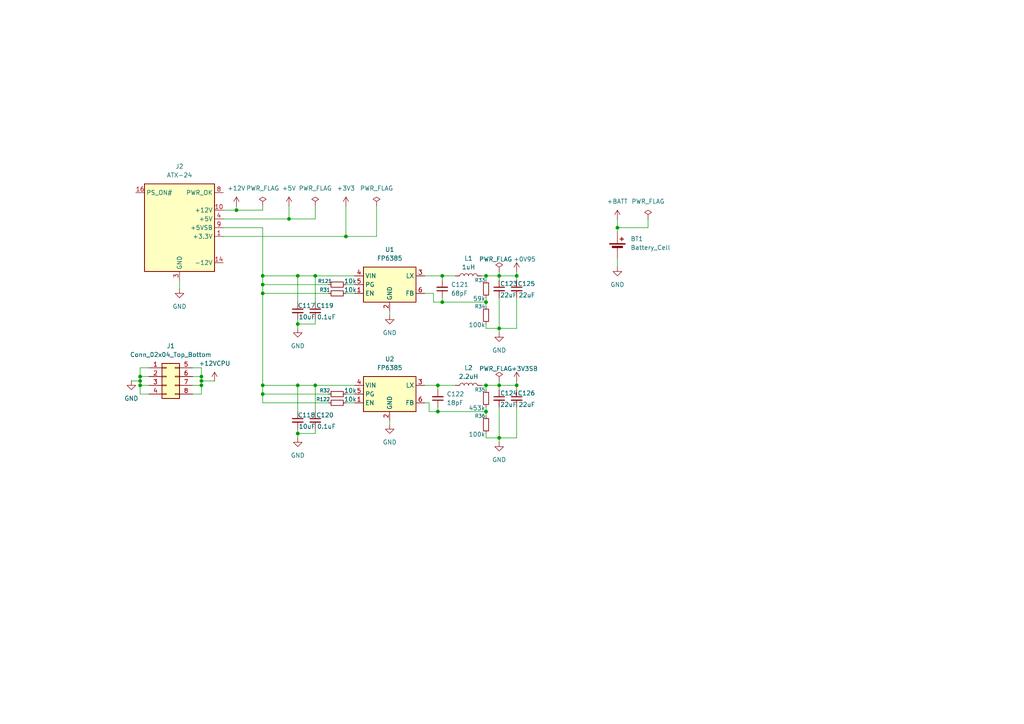
<source format=kicad_sch>
(kicad_sch (version 20250114) (generator "eeschema") (generator_version "9.0")
  (paper "A4")
  (lib_symbols
    (symbol "Connector:ATX-24"
      (property "Reference" "J" (at -8.89 13.97 0))
      (property "Value" "ATX-24" (at 6.35 13.97 0))
      (symbol "ATX-24_0_1"
        (rectangle (start -10.16 12.7) (end 10.16 -12.7) (stroke (width 0.254)) (fill (type background)))
      )
      (symbol "ATX-24_1_1"
        (pin open_collector line (at -12.7 10.16 0) (length 2.54) (name "PS_ON#") (number "16"))
        (pin no_connect line (at -10.16 0 0) (length 2.54) (hide yes) (name "NC") (number "20"))
        (pin passive line (at 0 -15.24 90) (length 2.54) (hide yes) (name "GND") (number "15"))
        (pin passive line (at 0 -15.24 90) (length 2.54) (hide yes) (name "GND") (number "17"))
        (pin passive line (at 0 -15.24 90) (length 2.54) (hide yes) (name "GND") (number "18"))
        (pin passive line (at 0 -15.24 90) (length 2.54) (hide yes) (name "GND") (number "19"))
        (pin passive line (at 0 -15.24 90) (length 2.54) (hide yes) (name "GND") (number "24"))
        (pin power_out line (at 0 -15.24 90) (length 2.54) (name "GND") (number "3"))
        (pin passive line (at 0 -15.24 90) (length 2.54) (hide yes) (name "GND") (number "5"))
        (pin passive line (at 0 -15.24 90) (length 2.54) (hide yes) (name "GND") (number "7"))
        (pin output line (at 12.7 10.16 180) (length 2.54) (name "PWR_OK") (number "8"))
        (pin power_out line (at 12.7 5.08 180) (length 2.54) (name "+12V") (number "10"))
        (pin passive line (at 12.7 5.08 180) (length 2.54) (hide yes) (name "+12V") (number "11"))
        (pin passive line (at 12.7 2.54 180) (length 2.54) (hide yes) (name "+5V") (number "21"))
        (pin passive line (at 12.7 2.54 180) (length 2.54) (hide yes) (name "+5V") (number "22"))
        (pin passive line (at 12.7 2.54 180) (length 2.54) (hide yes) (name "+5V") (number "23"))
        (pin power_out line (at 12.7 2.54 180) (length 2.54) (name "+5V") (number "4"))
        (pin passive line (at 12.7 2.54 180) (length 2.54) (hide yes) (name "+5V") (number "6"))
        (pin power_out line (at 12.7 0 180) (length 2.54) (name "+5VSB") (number "9"))
        (pin power_out line (at 12.7 -2.54 180) (length 2.54) (name "+3.3V") (number "1"))
        (pin passive line (at 12.7 -2.54 180) (length 2.54) (hide yes) (name "+3.3V") (number "12"))
        (pin passive line (at 12.7 -2.54 180) (length 2.54) (hide yes) (name "+3.3V") (number "13"))
        (pin passive line (at 12.7 -2.54 180) (length 2.54) (hide yes) (name "+3.3V") (number "2"))
        (pin power_out line (at 12.7 -10.16 180) (length 2.54) (name "-12V") (number "14"))
      )
    )
    (symbol "Connector_Generic:Conn_02x04_Top_Bottom" (pin_names (offset 1.016) (hide yes))
      (property "Reference" "J" (at 1.27 5.08 0))
      (property "Value" "Conn_02x04_Top_Bottom" (at 1.27 -7.62 0))
      (symbol "Conn_02x04_Top_Bottom_1_1"
        (rectangle (start -1.27 3.81) (end 3.81 -6.35) (stroke (width 0.254)) (fill (type background)))
        (rectangle (start -1.27 2.667) (end 0 2.413) (stroke (width 0.1524)))
        (rectangle (start -1.27 0.127) (end 0 -0.127) (stroke (width 0.1524)))
        (rectangle (start -1.27 -2.413) (end 0 -2.667) (stroke (width 0.1524)))
        (rectangle (start -1.27 -4.953) (end 0 -5.207) (stroke (width 0.1524)))
        (rectangle (start 3.81 2.667) (end 2.54 2.413) (stroke (width 0.1524)))
        (rectangle (start 3.81 0.127) (end 2.54 -0.127) (stroke (width 0.1524)))
        (rectangle (start 3.81 -2.413) (end 2.54 -2.667) (stroke (width 0.1524)))
        (rectangle (start 3.81 -4.953) (end 2.54 -5.207) (stroke (width 0.1524)))
        (pin passive line (at -5.08 2.54 0) (length 3.81) (name "Pin_1") (number "1"))
        (pin passive line (at -5.08 0 0) (length 3.81) (name "Pin_2") (number "2"))
        (pin passive line (at -5.08 -2.54 0) (length 3.81) (name "Pin_3") (number "3"))
        (pin passive line (at -5.08 -5.08 0) (length 3.81) (name "Pin_4") (number "4"))
        (pin passive line (at 7.62 2.54 180) (length 3.81) (name "Pin_5") (number "5"))
        (pin passive line (at 7.62 0 180) (length 3.81) (name "Pin_6") (number "6"))
        (pin passive line (at 7.62 -2.54 180) (length 3.81) (name "Pin_7") (number "7"))
        (pin passive line (at 7.62 -5.08 180) (length 3.81) (name "Pin_8") (number "8"))
      )
    )
    (symbol "Device:Battery_Cell" (pin_numbers (hide yes)) (pin_names (offset 0) (hide yes))
      (property "Reference" "BT" (at 2.54 2.54 0))
      (property "Value" "Battery_Cell" (at 2.54 0 0))
      (symbol "Battery_Cell_0_1"
        (rectangle (start -2.286 1.778) (end 2.286 1.524) (fill (type outline)))
        (rectangle (start -1.524 1.016) (end 1.524 0.508) (fill (type outline)))
        (polyline (pts (xy 0 1.778) (xy 0 2.54)))
        (polyline (pts (xy 0 0.762) (xy 0 0)))
        (polyline (pts (xy 0.762 3.048) (xy 1.778 3.048)) (stroke (width 0.254)))
        (polyline (pts (xy 1.27 3.556) (xy 1.27 2.54)) (stroke (width 0.254)))
      )
      (symbol "Battery_Cell_1_1"
        (pin passive line (at 0 5.08 270) (length 2.54) (name "+") (number "1"))
        (pin passive line (at 0 -2.54 90) (length 2.54) (name "-") (number "2"))
      )
    )
    (symbol "Device:C_Small" (pin_numbers (hide yes)) (pin_names (offset 0.254) (hide yes))
      (property "Reference" "C" (at 0.254 1.778 0))
      (property "Value" "C_Small" (at 0.254 -2.032 0))
      (symbol "C_Small_0_1"
        (polyline (pts (xy -1.524 0.508) (xy 1.524 0.508)) (stroke (width 0.3048)))
        (polyline (pts (xy -1.524 -0.508) (xy 1.524 -0.508)) (stroke (width 0.3302)))
      )
      (symbol "C_Small_1_1"
        (pin passive line (at 0 2.54 270) (length 2.032) (name "~") (number "1"))
        (pin passive line (at 0 -2.54 90) (length 2.032) (name "~") (number "2"))
      )
    )
    (symbol "Device:L" (pin_numbers (hide yes)) (pin_names (offset 1.016) (hide yes))
      (property "Reference" "L" (at -1.27 0 90))
      (property "Value" "L" (at 1.905 0 90))
      (symbol "L_0_1"
        (arc (start 0 2.54) (mid 0.6323 1.905) (end 0 1.27))
        (arc (start 0 1.27) (mid 0.6323 0.635) (end 0 0))
        (arc (start 0 0) (mid 0.6323 -0.635) (end 0 -1.27))
        (arc (start 0 -1.27) (mid 0.6323 -1.905) (end 0 -2.54))
      )
      (symbol "L_1_1"
        (pin passive line (at 0 3.81 270) (length 1.27) (name "1") (number "1"))
        (pin passive line (at 0 -3.81 90) (length 1.27) (name "2") (number "2"))
      )
    )
    (symbol "Device:R_Small" (pin_numbers (hide yes)) (pin_names (offset 0.254) (hide yes))
      (property "Reference" "R" (at 0 0 90))
      (property "Value" "R_Small" (at 1.778 0 90))
      (symbol "R_Small_0_1"
        (rectangle (start -0.762 1.778) (end 0.762 -1.778) (stroke (width 0.2032)))
      )
      (symbol "R_Small_1_1"
        (pin passive line (at 0 2.54 270) (length 0.762) (name "~") (number "1"))
        (pin passive line (at 0 -2.54 90) (length 0.762) (name "~") (number "2"))
      )
    )
    (symbol "TPS563200_1"
      (property "Reference" "U1" (at 0 10.16 0))
      (property "Value" "FP6385" (at 0 7.62 0))
      (symbol "TPS563200_1_0_1"
        (rectangle (start -7.62 5.08) (end 7.62 -5.08) (stroke (width 0.254)) (fill (type background)))
      )
      (symbol "TPS563200_1_1_1"
        (pin power_in line (at -10.16 2.54 0) (length 2.54) (name "VIN") (number "4"))
        (pin open_collector line (at -10.16 0 0) (length 2.54) (name "PG") (number "5"))
        (pin input line (at -10.16 -2.54 0) (length 2.54) (name "EN") (number "1"))
        (pin power_in line (at 0 -7.62 90) (length 2.54) (name "GND") (number "2"))
        (pin output line (at 10.16 2.54 180) (length 2.54) (name "LX") (number "3"))
        (pin input line (at 10.16 -2.54 180) (length 2.54) (name "FB") (number "6"))
      )
    )
    (symbol "custom:+12VCPU" (power) (pin_numbers (hide yes)) (pin_names (offset 0) (hide yes))
      (property "Value" "+12VCPU" (at 0 3.556 0))
      (symbol "+12VCPU_0_1"
        (polyline (pts (xy -0.762 1.27) (xy 0 2.54)))
        (polyline (pts (xy 0 2.54) (xy 0.762 1.27)))
        (polyline (pts (xy 0 0) (xy 0 2.54)))
      )
      (symbol "+12VCPU_1_1"
        (pin power_in line (at 0 0 90) (length 0) (name "~") (number "1"))
      )
    )
    (symbol "power:+12V" (power) (pin_numbers (hide yes)) (pin_names (offset 0) (hide yes))
      (property "Value" "+12V" (at 0 3.556 0))
      (symbol "+12V_0_1"
        (polyline (pts (xy -0.762 1.27) (xy 0 2.54)))
        (polyline (pts (xy 0 2.54) (xy 0.762 1.27)))
        (polyline (pts (xy 0 0) (xy 0 2.54)))
      )
      (symbol "+12V_1_1"
        (pin power_in line (at 0 0 90) (length 0) (name "~") (number "1"))
      )
    )
    (symbol "power:+1V0" (power) (pin_numbers (hide yes)) (pin_names (offset 0) (hide yes))
      (property "Value" "+1V0" (at 0 3.556 0))
      (symbol "+1V0_0_1"
        (polyline (pts (xy -0.762 1.27) (xy 0 2.54)))
        (polyline (pts (xy 0 2.54) (xy 0.762 1.27)))
        (polyline (pts (xy 0 0) (xy 0 2.54)))
      )
      (symbol "+1V0_1_1"
        (pin power_in line (at 0 0 90) (length 0) (name "~") (number "1"))
      )
    )
    (symbol "power:+3V3" (power) (pin_numbers (hide yes)) (pin_names (offset 0) (hide yes))
      (property "Value" "+3V3" (at 0 3.556 0))
      (symbol "+3V3_0_1"
        (polyline (pts (xy -0.762 1.27) (xy 0 2.54)))
        (polyline (pts (xy 0 2.54) (xy 0.762 1.27)))
        (polyline (pts (xy 0 0) (xy 0 2.54)))
      )
      (symbol "+3V3_1_1"
        (pin power_in line (at 0 0 90) (length 0) (name "~") (number "1"))
      )
    )
    (symbol "power:+5V" (power) (pin_numbers (hide yes)) (pin_names (offset 0) (hide yes))
      (property "Value" "+5V" (at 0 3.556 0))
      (symbol "+5V_0_1"
        (polyline (pts (xy -0.762 1.27) (xy 0 2.54)))
        (polyline (pts (xy 0 2.54) (xy 0.762 1.27)))
        (polyline (pts (xy 0 0) (xy 0 2.54)))
      )
      (symbol "+5V_1_1"
        (pin power_in line (at 0 0 90) (length 0) (name "~") (number "1"))
      )
    )
    (symbol "power:+BATT" (power) (pin_numbers (hide yes)) (pin_names (offset 0) (hide yes))
      (property "Value" "+BATT" (at 0 3.556 0))
      (symbol "+BATT_0_1"
        (polyline (pts (xy -0.762 1.27) (xy 0 2.54)))
        (polyline (pts (xy 0 2.54) (xy 0.762 1.27)))
        (polyline (pts (xy 0 0) (xy 0 2.54)))
      )
      (symbol "+BATT_1_1"
        (pin power_in line (at 0 0 90) (length 0) (name "~") (number "1"))
      )
    )
    (symbol "power:GND" (power) (pin_numbers (hide yes)) (pin_names (offset 0) (hide yes))
      (property "Value" "GND" (at 0 -3.81 0))
      (symbol "GND_0_1"
        (polyline (pts (xy 0 0) (xy 0 -1.27) (xy 1.27 -1.27) (xy 0 -2.54) (xy -1.27 -1.27) (xy 0 -1.27)))
      )
      (symbol "GND_1_1"
        (pin power_in line (at 0 0 270) (length 0) (name "~") (number "1"))
      )
    )
    (symbol "power:PWR_FLAG" (power) (pin_numbers (hide yes)) (pin_names (offset 0) (hide yes))
      (property "Value" "PWR_FLAG" (at 0 3.81 0))
      (symbol "PWR_FLAG_0_0"
        (pin power_out line (at 0 0 90) (length 0) (name "~") (number "1"))
      )
      (symbol "PWR_FLAG_0_1"
        (polyline (pts (xy 0 0) (xy 0 1.27) (xy -1.016 1.905) (xy 0 2.54) (xy 1.016 1.905) (xy 0 1.27)))
      )
    )
  )
  (junction (at 179.07 66.04))
  (junction (at 127 111.76))
  (junction (at 128.27 80.01))
  (junction (at 40.64 109.22))
  (junction (at 91.44 111.76))
  (junction (at 68.58 60.96))
  (junction (at 128.27 87.63))
  (junction (at 140.97 119.38))
  (junction (at 58.42 111.76))
  (junction (at 86.36 125.73))
  (junction (at 83.82 63.5))
  (junction (at 127 119.38))
  (junction (at 149.86 111.76))
  (junction (at 76.2 82.55))
  (junction (at 149.86 80.01))
  (junction (at 76.2 111.76))
  (junction (at 140.97 80.01))
  (junction (at 76.2 80.01))
  (junction (at 86.36 111.76))
  (junction (at 140.97 87.63))
  (junction (at 144.78 111.76))
  (junction (at 58.42 109.22))
  (junction (at 86.36 93.98))
  (junction (at 76.2 85.09))
  (junction (at 40.64 110.49))
  (junction (at 140.97 111.76))
  (junction (at 40.64 111.76))
  (junction (at 100.33 68.58))
  (junction (at 144.78 95.25))
  (junction (at 91.44 80.01))
  (junction (at 76.2 114.3))
  (junction (at 144.78 127))
  (junction (at 86.36 80.01))
  (junction (at 58.42 110.49))
  (junction (at 144.78 80.01))
  (wire (pts (xy 140.97 95.25) (xy 144.78 95.25)))
  (wire (pts (xy 100.33 68.58) (xy 64.77 68.58)))
  (wire (pts (xy 140.97 125.73) (xy 140.97 127)))
  (wire (pts (xy 76.2 111.76) (xy 76.2 114.3)))
  (wire (pts (xy 40.64 111.76) (xy 40.64 110.49)))
  (wire (pts (xy 113.03 121.92) (xy 113.03 123.19)))
  (wire (pts (xy 100.33 116.84) (xy 102.87 116.84)))
  (wire (pts (xy 83.82 63.5) (xy 64.77 63.5)))
  (wire (pts (xy 140.97 119.38) (xy 140.97 120.65)))
  (wire (pts (xy 127 113.03) (xy 127 111.76)))
  (wire (pts (xy 144.78 111.76) (xy 144.78 113.03)))
  (wire (pts (xy 140.97 87.63) (xy 140.97 88.9)))
  (wire (pts (xy 58.42 109.22) (xy 58.42 110.49)))
  (wire (pts (xy 76.2 82.55) (xy 76.2 85.09)))
  (wire (pts (xy 124.46 116.84) (xy 123.19 116.84)))
  (wire (pts (xy 86.36 92.71) (xy 86.36 93.98)))
  (wire (pts (xy 86.36 125.73) (xy 86.36 127)))
  (wire (pts (xy 140.97 80.01) (xy 140.97 81.28)))
  (wire (pts (xy 149.86 127) (xy 144.78 127)))
  (wire (pts (xy 144.78 80.01) (xy 144.78 81.28)))
  (wire (pts (xy 86.36 111.76) (xy 86.36 119.38)))
  (wire (pts (xy 91.44 111.76) (xy 91.44 119.38)))
  (wire (pts (xy 76.2 85.09) (xy 76.2 111.76)))
  (wire (pts (xy 86.36 93.98) (xy 86.36 95.25)))
  (wire (pts (xy 83.82 63.5) (xy 91.44 63.5)))
  (wire (pts (xy 91.44 80.01) (xy 102.87 80.01)))
  (wire (pts (xy 40.64 109.22) (xy 43.18 109.22)))
  (wire (pts (xy 149.86 80.01) (xy 149.86 81.28)))
  (wire (pts (xy 125.73 87.63) (xy 125.73 85.09)))
  (wire (pts (xy 140.97 93.98) (xy 140.97 95.25)))
  (wire (pts (xy 140.97 86.36) (xy 140.97 87.63)))
  (wire (pts (xy 68.58 60.96) (xy 64.77 60.96)))
  (wire (pts (xy 124.46 119.38) (xy 127 119.38)))
  (wire (pts (xy 55.88 111.76) (xy 58.42 111.76)))
  (wire (pts (xy 144.78 118.11) (xy 144.78 127)))
  (wire (pts (xy 83.82 59.69) (xy 83.82 63.5)))
  (wire (pts (xy 100.33 82.55) (xy 102.87 82.55)))
  (wire (pts (xy 149.86 118.11) (xy 149.86 127)))
  (wire (pts (xy 125.73 85.09) (xy 123.19 85.09)))
  (wire (pts (xy 43.18 114.3) (xy 40.64 114.3)))
  (wire (pts (xy 100.33 68.58) (xy 109.22 68.58)))
  (wire (pts (xy 100.33 114.3) (xy 102.87 114.3)))
  (wire (pts (xy 123.19 111.76) (xy 127 111.76)))
  (wire (pts (xy 43.18 111.76) (xy 40.64 111.76)))
  (wire (pts (xy 149.86 111.76) (xy 149.86 113.03)))
  (wire (pts (xy 127 119.38) (xy 140.97 119.38)))
  (wire (pts (xy 76.2 114.3) (xy 76.2 116.84)))
  (wire (pts (xy 123.19 80.01) (xy 128.27 80.01)))
  (wire (pts (xy 144.78 86.36) (xy 144.78 95.25)))
  (wire (pts (xy 140.97 111.76) (xy 144.78 111.76)))
  (wire (pts (xy 64.77 66.04) (xy 76.2 66.04)))
  (wire (pts (xy 100.33 85.09) (xy 102.87 85.09)))
  (wire (pts (xy 58.42 114.3) (xy 58.42 111.76)))
  (wire (pts (xy 68.58 60.96) (xy 76.2 60.96)))
  (wire (pts (xy 86.36 125.73) (xy 91.44 125.73)))
  (wire (pts (xy 91.44 93.98) (xy 91.44 92.71)))
  (wire (pts (xy 179.07 66.04) (xy 187.96 66.04)))
  (wire (pts (xy 52.07 81.28) (xy 52.07 83.82)))
  (wire (pts (xy 128.27 87.63) (xy 128.27 86.36)))
  (wire (pts (xy 128.27 87.63) (xy 125.73 87.63)))
  (wire (pts (xy 91.44 111.76) (xy 102.87 111.76)))
  (wire (pts (xy 76.2 111.76) (xy 86.36 111.76)))
  (wire (pts (xy 76.2 60.96) (xy 76.2 59.69)))
  (wire (pts (xy 140.97 111.76) (xy 140.97 113.03)))
  (wire (pts (xy 40.64 106.68) (xy 40.64 109.22)))
  (wire (pts (xy 144.78 95.25) (xy 144.78 96.52)))
  (wire (pts (xy 58.42 106.68) (xy 58.42 109.22)))
  (wire (pts (xy 140.97 127) (xy 144.78 127)))
  (wire (pts (xy 76.2 82.55) (xy 95.25 82.55)))
  (wire (pts (xy 40.64 109.22) (xy 40.64 110.49)))
  (wire (pts (xy 86.36 124.46) (xy 86.36 125.73)))
  (wire (pts (xy 86.36 80.01) (xy 91.44 80.01)))
  (wire (pts (xy 86.36 93.98) (xy 91.44 93.98)))
  (wire (pts (xy 149.86 78.74) (xy 149.86 80.01)))
  (wire (pts (xy 127 118.11) (xy 127 119.38)))
  (wire (pts (xy 149.86 110.49) (xy 149.86 111.76)))
  (wire (pts (xy 76.2 66.04) (xy 76.2 80.01)))
  (wire (pts (xy 91.44 125.73) (xy 91.44 124.46)))
  (wire (pts (xy 58.42 110.49) (xy 62.23 110.49)))
  (wire (pts (xy 43.18 106.68) (xy 40.64 106.68)))
  (wire (pts (xy 124.46 119.38) (xy 124.46 116.84)))
  (wire (pts (xy 40.64 110.49) (xy 38.1 110.49)))
  (wire (pts (xy 179.07 66.04) (xy 179.07 67.31)))
  (wire (pts (xy 179.07 63.5) (xy 179.07 66.04)))
  (wire (pts (xy 144.78 127) (xy 144.78 128.27)))
  (wire (pts (xy 58.42 111.76) (xy 58.42 110.49)))
  (wire (pts (xy 128.27 80.01) (xy 132.08 80.01)))
  (wire (pts (xy 76.2 80.01) (xy 86.36 80.01)))
  (wire (pts (xy 91.44 63.5) (xy 91.44 59.69)))
  (wire (pts (xy 139.7 80.01) (xy 140.97 80.01)))
  (wire (pts (xy 140.97 118.11) (xy 140.97 119.38)))
  (wire (pts (xy 100.33 59.69) (xy 100.33 68.58)))
  (wire (pts (xy 149.86 95.25) (xy 144.78 95.25)))
  (wire (pts (xy 144.78 80.01) (xy 149.86 80.01)))
  (wire (pts (xy 55.88 106.68) (xy 58.42 106.68)))
  (wire (pts (xy 55.88 109.22) (xy 58.42 109.22)))
  (wire (pts (xy 127 111.76) (xy 132.08 111.76)))
  (wire (pts (xy 86.36 80.01) (xy 86.36 87.63)))
  (wire (pts (xy 128.27 81.28) (xy 128.27 80.01)))
  (wire (pts (xy 139.7 111.76) (xy 140.97 111.76)))
  (wire (pts (xy 128.27 87.63) (xy 140.97 87.63)))
  (wire (pts (xy 149.86 86.36) (xy 149.86 95.25)))
  (wire (pts (xy 55.88 114.3) (xy 58.42 114.3)))
  (wire (pts (xy 76.2 85.09) (xy 95.25 85.09)))
  (wire (pts (xy 40.64 114.3) (xy 40.64 111.76)))
  (wire (pts (xy 91.44 80.01) (xy 91.44 87.63)))
  (wire (pts (xy 76.2 114.3) (xy 95.25 114.3)))
  (wire (pts (xy 140.97 80.01) (xy 144.78 80.01)))
  (wire (pts (xy 86.36 111.76) (xy 91.44 111.76)))
  (wire (pts (xy 144.78 110.49) (xy 144.78 111.76)))
  (wire (pts (xy 187.96 63.5) (xy 187.96 66.04)))
  (wire (pts (xy 76.2 80.01) (xy 76.2 82.55)))
  (wire (pts (xy 144.78 111.76) (xy 149.86 111.76)))
  (wire (pts (xy 76.2 116.84) (xy 95.25 116.84)))
  (wire (pts (xy 144.78 78.74) (xy 144.78 80.01)))
  (wire (pts (xy 113.03 90.17) (xy 113.03 91.44)))
  (wire (pts (xy 179.07 74.93) (xy 179.07 77.47)))
  (wire (pts (xy 68.58 59.69) (xy 68.58 60.96)))
  (wire (pts (xy 109.22 68.58) (xy 109.22 59.69)))
  (symbol (lib_id "Device:C_Small") (at 91.44 90.17 0) (unit 1)
    (property "Reference" "C119" (at 91.694 88.646 0) (effects (justify left)))
    (property "Value" "0.1uF" (at 91.948 91.948 0) (effects (justify left)))
    (property "Description" "Unpolarized capacitor, small symbol" (effects (hide yes)))
  )
  (symbol (lib_id "custom:+12VCPU") (at 62.23 110.49 0) (unit 1)
    (property "Reference" "#PWR037" (effects (hide yes)))
    (property "Value" "+12VCPU" (at 62.23 105.41 0))
    (property "Description" "Power symbol creates a global label with name \"+12VCPU\"" (effects (hide yes)))
  )
  (symbol (lib_id "power:PWR_FLAG") (at 76.2 59.69 0) (unit 1)
    (property "Reference" "#FLG01" (effects (hide yes)))
    (property "Value" "PWR_FLAG" (at 76.2 54.61 0))
    (property "Description" "Special symbol for telling ERC where power comes from" (effects (hide yes)))
  )
  (symbol (lib_id "power:+1V0") (at 149.86 78.74 0) (unit 1)
    (property "Reference" "#PWR047" (effects (hide yes)))
    (property "Value" "+0V95" (at 152.146 75.184 0))
    (property "Description" "Power symbol creates a global label with name \"+1V0\"" (effects (hide yes)))
  )
  (symbol (lib_id "Device:R_Small") (at 140.97 91.44 0) (unit 1)
    (property "Reference" "R34" (at 137.668 88.9 0) (effects (font (size 1.016 1.016)) (justify left)))
    (property "Value" "100k" (at 135.89 94.234 0) (effects (justify left)))
    (property "Description" "Resistor, small symbol" (effects (hide yes)))
  )
  (symbol (lib_id "Device:Battery_Cell") (at 179.07 72.39 0) (unit 1)
    (property "Reference" "BT1" (at 182.88 69.2784 0) (effects (justify left)))
    (property "Value" "Battery_Cell" (at 182.88 71.8184 0) (effects (justify left)))
    (property "Description" "Single-cell battery" (effects (hide yes)))
  )
  (symbol (lib_id "Device:R_Small") (at 97.79 82.55 90) (unit 1)
    (property "Reference" "R121" (at 94.234 81.534 90) (effects (font (size 1.016 1.016))))
    (property "Value" "10k" (at 101.6 81.534 90))
    (property "Description" "Resistor, small symbol" (effects (hide yes)))
  )
  (symbol (lib_id "Device:C_Small") (at 144.78 83.82 0) (unit 1)
    (property "Reference" "C123" (at 145.034 82.296 0) (effects (justify left)))
    (property "Value" "22uF" (at 145.034 85.598 0) (effects (justify left)))
    (property "Description" "Unpolarized capacitor, small symbol" (effects (hide yes)))
  )
  (symbol (lib_id "power:GND") (at 179.07 77.47 0) (unit 1)
    (property "Reference" "#PWR050" (effects (hide yes)))
    (property "Value" "GND" (at 179.07 82.55 0))
    (property "Description" "Power symbol creates a global label with name \"GND\" , ground" (effects (hide yes)))
  )
  (symbol (lib_id "power:GND") (at 113.03 123.19 0) (unit 1)
    (property "Reference" "#PWR044" (effects (hide yes)))
    (property "Value" "GND" (at 113.03 128.27 0))
    (property "Description" "Power symbol creates a global label with name \"GND\" , ground" (effects (hide yes)))
  )
  (symbol (lib_id "power:GND") (at 144.78 96.52 0) (unit 1)
    (property "Reference" "#PWR045" (effects (hide yes)))
    (property "Value" "GND" (at 144.78 101.6 0))
    (property "Description" "Power symbol creates a global label with name \"GND\" , ground" (effects (hide yes)))
  )
  (symbol (lib_name "TPS563200_1") (lib_id "Regulator_Switching:TPS563200") (at 113.03 82.55 0) (unit 1)
    (property "Reference" "U1" (at 113.03 72.39 0))
    (property "Value" "FP6385" (at 113.03 74.93 0))
    (property "Footprint" "Package_TO_SOT_SMD:SOT-23-6" (effects (hide yes)))
    (property "Datasheet" "https://www.lcsc.com/datasheet/C5182828.pdf" (effects (hide yes)))
    (property "Description" "3A Synchronous Step-Down Voltage Regulator, Adjustable Output Voltage, 4.5-17V Input Voltage, SOT-23-6" (effects (hide yes)))
  )
  (symbol (lib_id "power:PWR_FLAG") (at 187.96 63.5 0) (unit 1)
    (property "Reference" "#FLG06" (effects (hide yes)))
    (property "Value" "PWR_FLAG" (at 187.96 58.42 0))
    (property "Description" "Special symbol for telling ERC where power comes from" (effects (hide yes)))
  )
  (symbol (lib_id "Device:L") (at 135.89 111.76 90) (unit 1)
    (property "Reference" "L2" (at 135.89 106.68 90))
    (property "Value" "2.2uH" (at 135.89 109.22 90))
    (property "Description" "Inductor" (effects (hide yes)))
  )
  (symbol (lib_id "Device:R_Small") (at 97.79 116.84 90) (unit 1)
    (property "Reference" "R122" (at 93.726 115.824 90) (effects (font (size 1.016 1.016))))
    (property "Value" "10k" (at 101.6 115.824 90))
    (property "Description" "Resistor, small symbol" (effects (hide yes)))
  )
  (symbol (lib_id "Device:R_Small") (at 140.97 123.19 0) (unit 1)
    (property "Reference" "R36" (at 137.668 120.65 0) (effects (font (size 1.016 1.016)) (justify left)))
    (property "Value" "100k" (at 135.89 125.984 0) (effects (justify left)))
    (property "Description" "Resistor, small symbol" (effects (hide yes)))
  )
  (symbol (lib_id "power:+5V") (at 83.82 59.69 0) (unit 1)
    (property "Reference" "#PWR039" (effects (hide yes)))
    (property "Value" "+5V" (at 83.82 54.61 0))
    (property "Description" "Power symbol creates a global label with name \"+5V\"" (effects (hide yes)))
  )
  (symbol (lib_id "Device:C_Small") (at 149.86 115.57 0) (unit 1)
    (property "Reference" "C126" (at 150.114 114.046 0) (effects (justify left)))
    (property "Value" "22uF" (at 150.368 117.348 0) (effects (justify left)))
    (property "Description" "Unpolarized capacitor, small symbol" (effects (hide yes)))
  )
  (symbol (lib_id "Device:C_Small") (at 86.36 90.17 0) (unit 1)
    (property "Reference" "C117" (at 86.36 88.646 0) (effects (justify left)))
    (property "Value" "10uF" (at 86.614 91.948 0) (effects (justify left)))
    (property "Description" "Unpolarized capacitor, small symbol" (effects (hide yes)))
  )
  (symbol (lib_id "power:+BATT") (at 179.07 63.5 0) (unit 1)
    (property "Reference" "#PWR049" (effects (hide yes)))
    (property "Value" "+BATT" (at 179.07 58.42 0))
    (property "Description" "Power symbol creates a global label with name \"+BATT\"" (effects (hide yes)))
  )
  (symbol (lib_id "power:+3V3") (at 100.33 59.69 0) (unit 1)
    (property "Reference" "#PWR042" (effects (hide yes)))
    (property "Value" "+3V3" (at 100.33 54.61 0))
    (property "Description" "Power symbol creates a global label with name \"+3V3\"" (effects (hide yes)))
  )
  (symbol (lib_id "Connector_Generic:Conn_02x04_Top_Bottom") (at 48.26 109.22 0) (unit 1)
    (property "Reference" "J1" (at 49.53 100.33 0))
    (property "Value" "Conn_02x04_Top_Bottom" (at 49.53 102.87 0))
    (property "Description" "Generic connector, double row, 02x04, top/bottom pin numbering scheme (row 1: 1...pins_per_row, row2: pins_per_row+1 ... num_pins), script generated (kicad-library-utils/schlib/autogen/connector/)" (effects (hide yes)))
  )
  (symbol (lib_id "Device:R_Small") (at 97.79 114.3 90) (unit 1)
    (property "Reference" "R32" (at 94.234 113.284 90) (effects (font (size 1.016 1.016))))
    (property "Value" "10k" (at 101.6 113.284 90))
    (property "Description" "Resistor, small symbol" (effects (hide yes)))
  )
  (symbol (lib_id "Device:R_Small") (at 140.97 83.82 0) (unit 1)
    (property "Reference" "R33" (at 137.668 81.28 0) (effects (font (size 1.016 1.016)) (justify left)))
    (property "Value" "59k" (at 137.16 86.614 0) (effects (justify left)))
    (property "Description" "Resistor, small symbol" (effects (hide yes)))
  )
  (symbol (lib_id "power:GND") (at 52.07 83.82 0) (unit 1)
    (property "Reference" "#PWR036" (effects (hide yes)))
    (property "Value" "GND" (at 52.07 88.9 0))
    (property "Description" "Power symbol creates a global label with name \"GND\" , ground" (effects (hide yes)))
  )
  (symbol (lib_id "Device:C_Small") (at 128.27 83.82 180) (unit 1)
    (property "Reference" "C121" (at 130.81 82.5435 0) (effects (justify right)))
    (property "Value" "68pF" (at 130.81 85.0835 0) (effects (justify right)))
    (property "Description" "Unpolarized capacitor, small symbol" (effects (hide yes)))
  )
  (symbol (lib_id "power:PWR_FLAG") (at 144.78 110.49 0) (unit 1)
    (property "Reference" "#FLG05" (effects (hide yes)))
    (property "Value" "PWR_FLAG" (at 143.764 106.934 0))
    (property "Description" "Special symbol for telling ERC where power comes from" (effects (hide yes)))
  )
  (symbol (lib_id "Device:C_Small") (at 127 115.57 180) (unit 1)
    (property "Reference" "C122" (at 129.54 114.2935 0) (effects (justify right)))
    (property "Value" "18pF" (at 129.54 116.8335 0) (effects (justify right)))
    (property "Description" "Unpolarized capacitor, small symbol" (effects (hide yes)))
  )
  (symbol (lib_name "TPS563200_1") (lib_id "Regulator_Switching:TPS563200") (at 113.03 114.3 0) (unit 1)
    (property "Reference" "U2" (at 113.03 104.14 0))
    (property "Value" "FP6385" (at 113.03 106.68 0))
    (property "Footprint" "Package_TO_SOT_SMD:SOT-23-6" (effects (hide yes)))
    (property "Datasheet" "https://www.lcsc.com/datasheet/C5182828.pdf" (effects (hide yes)))
    (property "Description" "3A Synchronous Step-Down Voltage Regulator, Adjustable Output Voltage, 4.5-17V Input Voltage, SOT-23-6" (effects (hide yes)))
  )
  (symbol (lib_id "power:PWR_FLAG") (at 109.22 59.69 0) (unit 1)
    (property "Reference" "#FLG03" (effects (hide yes)))
    (property "Value" "PWR_FLAG" (at 109.22 54.61 0))
    (property "Description" "Special symbol for telling ERC where power comes from" (effects (hide yes)))
  )
  (symbol (lib_id "power:PWR_FLAG") (at 144.78 78.74 0) (unit 1)
    (property "Reference" "#FLG04" (effects (hide yes)))
    (property "Value" "PWR_FLAG" (at 143.764 75.184 0))
    (property "Description" "Special symbol for telling ERC where power comes from" (effects (hide yes)))
  )
  (symbol (lib_id "power:GND") (at 144.78 128.27 0) (unit 1)
    (property "Reference" "#PWR046" (effects (hide yes)))
    (property "Value" "GND" (at 144.78 133.35 0))
    (property "Description" "Power symbol creates a global label with name \"GND\" , ground" (effects (hide yes)))
  )
  (symbol (lib_id "power:GND") (at 86.36 95.25 0) (unit 1)
    (property "Reference" "#PWR040" (effects (hide yes)))
    (property "Value" "GND" (at 86.36 100.33 0))
    (property "Description" "Power symbol creates a global label with name \"GND\" , ground" (effects (hide yes)))
  )
  (symbol (lib_id "power:+12V") (at 68.58 59.69 0) (unit 1)
    (property "Reference" "#PWR038" (effects (hide yes)))
    (property "Value" "+12V" (at 68.58 54.61 0))
    (property "Description" "Power symbol creates a global label with name \"+12V\"" (effects (hide yes)))
  )
  (symbol (lib_id "Device:L") (at 135.89 80.01 90) (unit 1)
    (property "Reference" "L1" (at 135.89 74.93 90))
    (property "Value" "1uH" (at 135.89 77.47 90))
    (property "Description" "Inductor" (effects (hide yes)))
  )
  (symbol (lib_id "power:GND") (at 86.36 127 0) (unit 1)
    (property "Reference" "#PWR041" (effects (hide yes)))
    (property "Value" "GND" (at 86.36 132.08 0))
    (property "Description" "Power symbol creates a global label with name \"GND\" , ground" (effects (hide yes)))
  )
  (symbol (lib_id "Device:R_Small") (at 97.79 85.09 90) (unit 1)
    (property "Reference" "R31" (at 94.234 84.074 90) (effects (font (size 1.016 1.016))))
    (property "Value" "10k" (at 101.6 84.074 90))
    (property "Description" "Resistor, small symbol" (effects (hide yes)))
  )
  (symbol (lib_id "Device:C_Small") (at 91.44 121.92 0) (unit 1)
    (property "Reference" "C120" (at 91.694 120.396 0) (effects (justify left)))
    (property "Value" "0.1uF" (at 91.948 123.698 0) (effects (justify left)))
    (property "Description" "Unpolarized capacitor, small symbol" (effects (hide yes)))
  )
  (symbol (lib_id "Device:C_Small") (at 149.86 83.82 0) (unit 1)
    (property "Reference" "C125" (at 150.114 82.296 0) (effects (justify left)))
    (property "Value" "22uF" (at 150.368 85.598 0) (effects (justify left)))
    (property "Description" "Unpolarized capacitor, small symbol" (effects (hide yes)))
  )
  (symbol (lib_id "Connector:ATX-24") (at 52.07 66.04 0) (unit 1)
    (property "Reference" "J2" (at 52.07 48.26 0))
    (property "Value" "ATX-24" (at 52.07 50.8 0))
    (property "Datasheet" "https://www.intel.com/content/dam/www/public/us/en/documents/guides/power-supply-design-guide-june.pdf#page=33" (effects (hide yes)))
    (property "Description" "ATX Power supply 24pins" (effects (hide yes)))
  )
  (symbol (lib_id "Device:R_Small") (at 140.97 115.57 0) (unit 1)
    (property "Reference" "R35" (at 137.668 113.03 0) (effects (font (size 1.016 1.016)) (justify left)))
    (property "Value" "453k" (at 135.89 118.364 0) (effects (justify left)))
    (property "Description" "Resistor, small symbol" (effects (hide yes)))
  )
  (symbol (lib_id "power:+1V0") (at 149.86 110.49 0) (unit 1)
    (property "Reference" "#PWR048" (effects (hide yes)))
    (property "Value" "+3V3SB" (at 152.146 106.934 0))
    (property "Description" "Power symbol creates a global label with name \"+1V0\"" (effects (hide yes)))
  )
  (symbol (lib_id "Device:C_Small") (at 86.36 121.92 0) (unit 1)
    (property "Reference" "C118" (at 86.36 120.396 0) (effects (justify left)))
    (property "Value" "10uF" (at 86.614 123.698 0) (effects (justify left)))
    (property "Description" "Unpolarized capacitor, small symbol" (effects (hide yes)))
  )
  (symbol (lib_id "power:GND") (at 38.1 110.49 0) (unit 1)
    (property "Reference" "#PWR035" (effects (hide yes)))
    (property "Value" "GND" (at 38.1 115.57 0))
    (property "Description" "Power symbol creates a global label with name \"GND\" , ground" (effects (hide yes)))
  )
  (symbol (lib_id "Device:C_Small") (at 144.78 115.57 0) (unit 1)
    (property "Reference" "C124" (at 145.034 114.046 0) (effects (justify left)))
    (property "Value" "22uF" (at 145.034 117.348 0) (effects (justify left)))
    (property "Description" "Unpolarized capacitor, small symbol" (effects (hide yes)))
  )
  (symbol (lib_id "power:PWR_FLAG") (at 91.44 59.69 0) (unit 1)
    (property "Reference" "#FLG02" (effects (hide yes)))
    (property "Value" "PWR_FLAG" (at 91.44 54.61 0))
    (property "Description" "Special symbol for telling ERC where power comes from" (effects (hide yes)))
  )
  (symbol (lib_id "power:GND") (at 113.03 91.44 0) (unit 1)
    (property "Reference" "#PWR043" (effects (hide yes)))
    (property "Value" "GND" (at 113.03 96.52 0))
    (property "Description" "Power symbol creates a global label with name \"GND\" , ground" (effects (hide yes)))
  )
)
</source>
